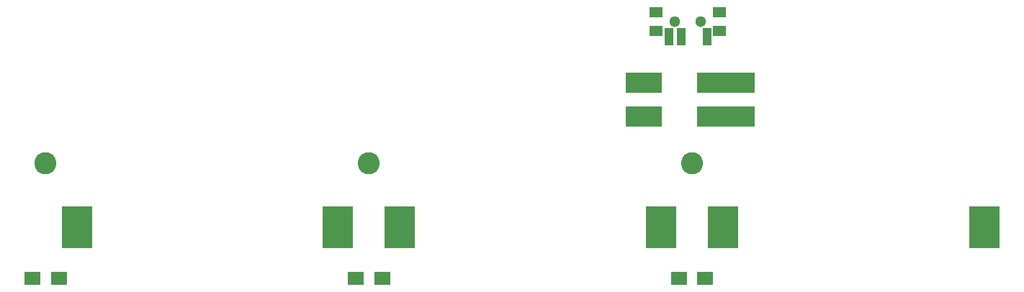
<source format=gts>
G04 #@! TF.FileFunction,Soldermask,Top*
%FSLAX46Y46*%
G04 Gerber Fmt 4.6, Leading zero omitted, Abs format (unit mm)*
G04 Created by KiCad (PCBNEW 4.0.7) date 03/19/18 10:43:22*
%MOMM*%
%LPD*%
G01*
G04 APERTURE LIST*
%ADD10C,0.100000*%
%ADD11C,2.600000*%
%ADD12R,3.650000X4.970000*%
%ADD13R,1.900000X1.600000*%
%ADD14C,1.300000*%
%ADD15R,1.600000X1.200000*%
%ADD16R,1.100000X2.100000*%
%ADD17R,6.800000X2.400000*%
%ADD18R,4.300000X2.400000*%
G04 APERTURE END LIST*
D10*
D11*
X101500000Y-62500000D03*
X139500000Y-62500000D03*
X177500000Y-62500000D03*
D12*
X211840000Y-70000000D03*
X181160000Y-70000000D03*
X173840000Y-70000000D03*
X143160000Y-70000000D03*
X135840000Y-70000000D03*
X105160000Y-70000000D03*
D13*
X179050000Y-76000000D03*
X175950000Y-76000000D03*
X141050000Y-76000000D03*
X137950000Y-76000000D03*
X103050000Y-76000000D03*
X99950000Y-76000000D03*
D14*
X175500000Y-45750000D03*
X178500000Y-45750000D03*
X178500000Y-45750000D03*
X175500000Y-45750000D03*
D15*
X180750000Y-44650000D03*
X180750000Y-46850000D03*
X173250000Y-44650000D03*
X173250000Y-46850000D03*
D16*
X179250000Y-47600000D03*
X176250000Y-47600000D03*
X174750000Y-47600000D03*
D17*
X181450000Y-53000000D03*
D18*
X171800000Y-53000000D03*
D17*
X181450000Y-57000000D03*
D18*
X171800000Y-57000000D03*
M02*

</source>
